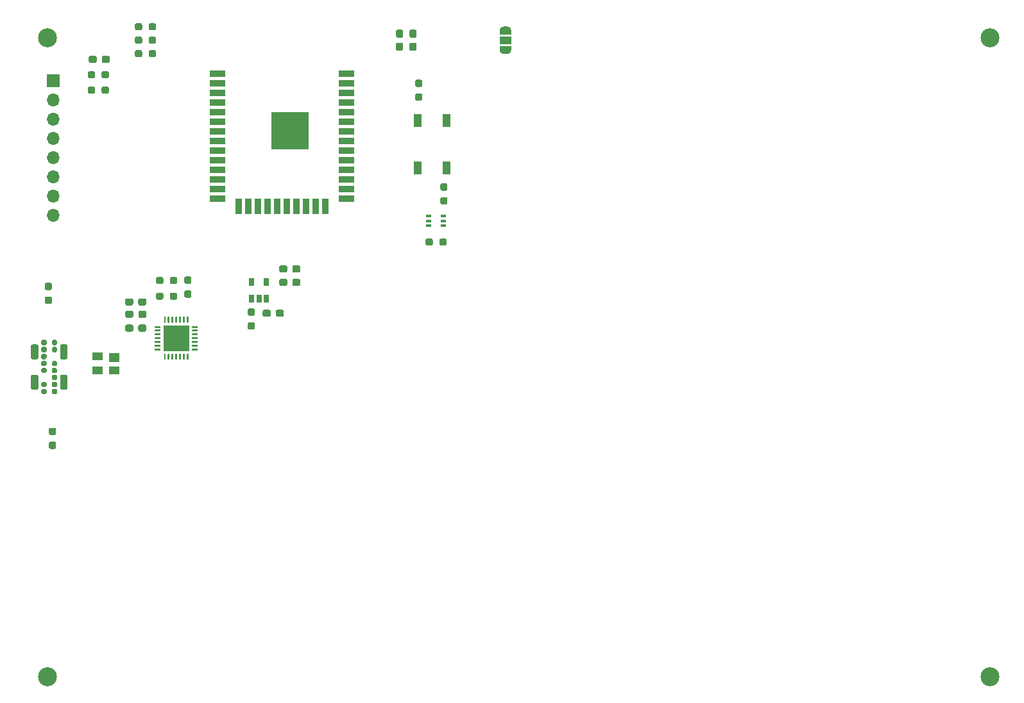
<source format=gbr>
G04 #@! TF.GenerationSoftware,KiCad,Pcbnew,(5.1.9-0-10_14)*
G04 #@! TF.CreationDate,2021-03-12T15:28:23+00:00*
G04 #@! TF.ProjectId,mqttDisplay,6d717474-4469-4737-906c-61792e6b6963,rev?*
G04 #@! TF.SameCoordinates,Original*
G04 #@! TF.FileFunction,Soldermask,Bot*
G04 #@! TF.FilePolarity,Negative*
%FSLAX46Y46*%
G04 Gerber Fmt 4.6, Leading zero omitted, Abs format (unit mm)*
G04 Created by KiCad (PCBNEW (5.1.9-0-10_14)) date 2021-03-12 15:28:23*
%MOMM*%
%LPD*%
G01*
G04 APERTURE LIST*
%ADD10C,2.500000*%
%ADD11R,3.350000X3.350000*%
%ADD12R,0.650000X1.060000*%
%ADD13R,2.000000X0.900000*%
%ADD14R,0.900000X2.000000*%
%ADD15R,5.000000X5.000000*%
%ADD16R,1.000000X1.700000*%
%ADD17R,0.650000X0.400000*%
%ADD18R,1.500000X1.000000*%
%ADD19C,0.100000*%
%ADD20O,1.700000X1.700000*%
%ADD21R,1.700000X1.700000*%
%ADD22R,1.400000X1.000000*%
%ADD23R,1.400000X1.200000*%
G04 APERTURE END LIST*
D10*
X185400000Y-43900000D03*
X185400000Y-128300000D03*
X61000000Y-128300000D03*
X61000000Y-43900000D03*
G36*
G01*
X75128000Y-85128500D02*
X75128000Y-85003500D01*
G75*
G02*
X75190500Y-84941000I62500J0D01*
G01*
X75865500Y-84941000D01*
G75*
G02*
X75928000Y-85003500I0J-62500D01*
G01*
X75928000Y-85128500D01*
G75*
G02*
X75865500Y-85191000I-62500J0D01*
G01*
X75190500Y-85191000D01*
G75*
G02*
X75128000Y-85128500I0J62500D01*
G01*
G37*
G36*
G01*
X75128000Y-84628500D02*
X75128000Y-84503500D01*
G75*
G02*
X75190500Y-84441000I62500J0D01*
G01*
X75865500Y-84441000D01*
G75*
G02*
X75928000Y-84503500I0J-62500D01*
G01*
X75928000Y-84628500D01*
G75*
G02*
X75865500Y-84691000I-62500J0D01*
G01*
X75190500Y-84691000D01*
G75*
G02*
X75128000Y-84628500I0J62500D01*
G01*
G37*
G36*
G01*
X75128000Y-84128500D02*
X75128000Y-84003500D01*
G75*
G02*
X75190500Y-83941000I62500J0D01*
G01*
X75865500Y-83941000D01*
G75*
G02*
X75928000Y-84003500I0J-62500D01*
G01*
X75928000Y-84128500D01*
G75*
G02*
X75865500Y-84191000I-62500J0D01*
G01*
X75190500Y-84191000D01*
G75*
G02*
X75128000Y-84128500I0J62500D01*
G01*
G37*
G36*
G01*
X75128000Y-83628500D02*
X75128000Y-83503500D01*
G75*
G02*
X75190500Y-83441000I62500J0D01*
G01*
X75865500Y-83441000D01*
G75*
G02*
X75928000Y-83503500I0J-62500D01*
G01*
X75928000Y-83628500D01*
G75*
G02*
X75865500Y-83691000I-62500J0D01*
G01*
X75190500Y-83691000D01*
G75*
G02*
X75128000Y-83628500I0J62500D01*
G01*
G37*
G36*
G01*
X75128000Y-83128500D02*
X75128000Y-83003500D01*
G75*
G02*
X75190500Y-82941000I62500J0D01*
G01*
X75865500Y-82941000D01*
G75*
G02*
X75928000Y-83003500I0J-62500D01*
G01*
X75928000Y-83128500D01*
G75*
G02*
X75865500Y-83191000I-62500J0D01*
G01*
X75190500Y-83191000D01*
G75*
G02*
X75128000Y-83128500I0J62500D01*
G01*
G37*
G36*
G01*
X75128000Y-82628500D02*
X75128000Y-82503500D01*
G75*
G02*
X75190500Y-82441000I62500J0D01*
G01*
X75865500Y-82441000D01*
G75*
G02*
X75928000Y-82503500I0J-62500D01*
G01*
X75928000Y-82628500D01*
G75*
G02*
X75865500Y-82691000I-62500J0D01*
G01*
X75190500Y-82691000D01*
G75*
G02*
X75128000Y-82628500I0J62500D01*
G01*
G37*
G36*
G01*
X75128000Y-82128500D02*
X75128000Y-82003500D01*
G75*
G02*
X75190500Y-81941000I62500J0D01*
G01*
X75865500Y-81941000D01*
G75*
G02*
X75928000Y-82003500I0J-62500D01*
G01*
X75928000Y-82128500D01*
G75*
G02*
X75865500Y-82191000I-62500J0D01*
G01*
X75190500Y-82191000D01*
G75*
G02*
X75128000Y-82128500I0J62500D01*
G01*
G37*
G36*
G01*
X76353000Y-81453500D02*
X76353000Y-80778500D01*
G75*
G02*
X76415500Y-80716000I62500J0D01*
G01*
X76540500Y-80716000D01*
G75*
G02*
X76603000Y-80778500I0J-62500D01*
G01*
X76603000Y-81453500D01*
G75*
G02*
X76540500Y-81516000I-62500J0D01*
G01*
X76415500Y-81516000D01*
G75*
G02*
X76353000Y-81453500I0J62500D01*
G01*
G37*
G36*
G01*
X76853000Y-81453500D02*
X76853000Y-80778500D01*
G75*
G02*
X76915500Y-80716000I62500J0D01*
G01*
X77040500Y-80716000D01*
G75*
G02*
X77103000Y-80778500I0J-62500D01*
G01*
X77103000Y-81453500D01*
G75*
G02*
X77040500Y-81516000I-62500J0D01*
G01*
X76915500Y-81516000D01*
G75*
G02*
X76853000Y-81453500I0J62500D01*
G01*
G37*
G36*
G01*
X77353000Y-81453500D02*
X77353000Y-80778500D01*
G75*
G02*
X77415500Y-80716000I62500J0D01*
G01*
X77540500Y-80716000D01*
G75*
G02*
X77603000Y-80778500I0J-62500D01*
G01*
X77603000Y-81453500D01*
G75*
G02*
X77540500Y-81516000I-62500J0D01*
G01*
X77415500Y-81516000D01*
G75*
G02*
X77353000Y-81453500I0J62500D01*
G01*
G37*
G36*
G01*
X77853000Y-81453500D02*
X77853000Y-80778500D01*
G75*
G02*
X77915500Y-80716000I62500J0D01*
G01*
X78040500Y-80716000D01*
G75*
G02*
X78103000Y-80778500I0J-62500D01*
G01*
X78103000Y-81453500D01*
G75*
G02*
X78040500Y-81516000I-62500J0D01*
G01*
X77915500Y-81516000D01*
G75*
G02*
X77853000Y-81453500I0J62500D01*
G01*
G37*
G36*
G01*
X78353000Y-81453500D02*
X78353000Y-80778500D01*
G75*
G02*
X78415500Y-80716000I62500J0D01*
G01*
X78540500Y-80716000D01*
G75*
G02*
X78603000Y-80778500I0J-62500D01*
G01*
X78603000Y-81453500D01*
G75*
G02*
X78540500Y-81516000I-62500J0D01*
G01*
X78415500Y-81516000D01*
G75*
G02*
X78353000Y-81453500I0J62500D01*
G01*
G37*
G36*
G01*
X78853000Y-81453500D02*
X78853000Y-80778500D01*
G75*
G02*
X78915500Y-80716000I62500J0D01*
G01*
X79040500Y-80716000D01*
G75*
G02*
X79103000Y-80778500I0J-62500D01*
G01*
X79103000Y-81453500D01*
G75*
G02*
X79040500Y-81516000I-62500J0D01*
G01*
X78915500Y-81516000D01*
G75*
G02*
X78853000Y-81453500I0J62500D01*
G01*
G37*
G36*
G01*
X79353000Y-81453500D02*
X79353000Y-80778500D01*
G75*
G02*
X79415500Y-80716000I62500J0D01*
G01*
X79540500Y-80716000D01*
G75*
G02*
X79603000Y-80778500I0J-62500D01*
G01*
X79603000Y-81453500D01*
G75*
G02*
X79540500Y-81516000I-62500J0D01*
G01*
X79415500Y-81516000D01*
G75*
G02*
X79353000Y-81453500I0J62500D01*
G01*
G37*
G36*
G01*
X80028000Y-82128500D02*
X80028000Y-82003500D01*
G75*
G02*
X80090500Y-81941000I62500J0D01*
G01*
X80765500Y-81941000D01*
G75*
G02*
X80828000Y-82003500I0J-62500D01*
G01*
X80828000Y-82128500D01*
G75*
G02*
X80765500Y-82191000I-62500J0D01*
G01*
X80090500Y-82191000D01*
G75*
G02*
X80028000Y-82128500I0J62500D01*
G01*
G37*
G36*
G01*
X80028000Y-82628500D02*
X80028000Y-82503500D01*
G75*
G02*
X80090500Y-82441000I62500J0D01*
G01*
X80765500Y-82441000D01*
G75*
G02*
X80828000Y-82503500I0J-62500D01*
G01*
X80828000Y-82628500D01*
G75*
G02*
X80765500Y-82691000I-62500J0D01*
G01*
X80090500Y-82691000D01*
G75*
G02*
X80028000Y-82628500I0J62500D01*
G01*
G37*
G36*
G01*
X80028000Y-83128500D02*
X80028000Y-83003500D01*
G75*
G02*
X80090500Y-82941000I62500J0D01*
G01*
X80765500Y-82941000D01*
G75*
G02*
X80828000Y-83003500I0J-62500D01*
G01*
X80828000Y-83128500D01*
G75*
G02*
X80765500Y-83191000I-62500J0D01*
G01*
X80090500Y-83191000D01*
G75*
G02*
X80028000Y-83128500I0J62500D01*
G01*
G37*
G36*
G01*
X80028000Y-83628500D02*
X80028000Y-83503500D01*
G75*
G02*
X80090500Y-83441000I62500J0D01*
G01*
X80765500Y-83441000D01*
G75*
G02*
X80828000Y-83503500I0J-62500D01*
G01*
X80828000Y-83628500D01*
G75*
G02*
X80765500Y-83691000I-62500J0D01*
G01*
X80090500Y-83691000D01*
G75*
G02*
X80028000Y-83628500I0J62500D01*
G01*
G37*
G36*
G01*
X80028000Y-84128500D02*
X80028000Y-84003500D01*
G75*
G02*
X80090500Y-83941000I62500J0D01*
G01*
X80765500Y-83941000D01*
G75*
G02*
X80828000Y-84003500I0J-62500D01*
G01*
X80828000Y-84128500D01*
G75*
G02*
X80765500Y-84191000I-62500J0D01*
G01*
X80090500Y-84191000D01*
G75*
G02*
X80028000Y-84128500I0J62500D01*
G01*
G37*
G36*
G01*
X80028000Y-84628500D02*
X80028000Y-84503500D01*
G75*
G02*
X80090500Y-84441000I62500J0D01*
G01*
X80765500Y-84441000D01*
G75*
G02*
X80828000Y-84503500I0J-62500D01*
G01*
X80828000Y-84628500D01*
G75*
G02*
X80765500Y-84691000I-62500J0D01*
G01*
X80090500Y-84691000D01*
G75*
G02*
X80028000Y-84628500I0J62500D01*
G01*
G37*
G36*
G01*
X80028000Y-85128500D02*
X80028000Y-85003500D01*
G75*
G02*
X80090500Y-84941000I62500J0D01*
G01*
X80765500Y-84941000D01*
G75*
G02*
X80828000Y-85003500I0J-62500D01*
G01*
X80828000Y-85128500D01*
G75*
G02*
X80765500Y-85191000I-62500J0D01*
G01*
X80090500Y-85191000D01*
G75*
G02*
X80028000Y-85128500I0J62500D01*
G01*
G37*
G36*
G01*
X79353000Y-86353500D02*
X79353000Y-85678500D01*
G75*
G02*
X79415500Y-85616000I62500J0D01*
G01*
X79540500Y-85616000D01*
G75*
G02*
X79603000Y-85678500I0J-62500D01*
G01*
X79603000Y-86353500D01*
G75*
G02*
X79540500Y-86416000I-62500J0D01*
G01*
X79415500Y-86416000D01*
G75*
G02*
X79353000Y-86353500I0J62500D01*
G01*
G37*
G36*
G01*
X78853000Y-86353500D02*
X78853000Y-85678500D01*
G75*
G02*
X78915500Y-85616000I62500J0D01*
G01*
X79040500Y-85616000D01*
G75*
G02*
X79103000Y-85678500I0J-62500D01*
G01*
X79103000Y-86353500D01*
G75*
G02*
X79040500Y-86416000I-62500J0D01*
G01*
X78915500Y-86416000D01*
G75*
G02*
X78853000Y-86353500I0J62500D01*
G01*
G37*
G36*
G01*
X78353000Y-86353500D02*
X78353000Y-85678500D01*
G75*
G02*
X78415500Y-85616000I62500J0D01*
G01*
X78540500Y-85616000D01*
G75*
G02*
X78603000Y-85678500I0J-62500D01*
G01*
X78603000Y-86353500D01*
G75*
G02*
X78540500Y-86416000I-62500J0D01*
G01*
X78415500Y-86416000D01*
G75*
G02*
X78353000Y-86353500I0J62500D01*
G01*
G37*
G36*
G01*
X77853000Y-86353500D02*
X77853000Y-85678500D01*
G75*
G02*
X77915500Y-85616000I62500J0D01*
G01*
X78040500Y-85616000D01*
G75*
G02*
X78103000Y-85678500I0J-62500D01*
G01*
X78103000Y-86353500D01*
G75*
G02*
X78040500Y-86416000I-62500J0D01*
G01*
X77915500Y-86416000D01*
G75*
G02*
X77853000Y-86353500I0J62500D01*
G01*
G37*
G36*
G01*
X77353000Y-86353500D02*
X77353000Y-85678500D01*
G75*
G02*
X77415500Y-85616000I62500J0D01*
G01*
X77540500Y-85616000D01*
G75*
G02*
X77603000Y-85678500I0J-62500D01*
G01*
X77603000Y-86353500D01*
G75*
G02*
X77540500Y-86416000I-62500J0D01*
G01*
X77415500Y-86416000D01*
G75*
G02*
X77353000Y-86353500I0J62500D01*
G01*
G37*
G36*
G01*
X76853000Y-86353500D02*
X76853000Y-85678500D01*
G75*
G02*
X76915500Y-85616000I62500J0D01*
G01*
X77040500Y-85616000D01*
G75*
G02*
X77103000Y-85678500I0J-62500D01*
G01*
X77103000Y-86353500D01*
G75*
G02*
X77040500Y-86416000I-62500J0D01*
G01*
X76915500Y-86416000D01*
G75*
G02*
X76853000Y-86353500I0J62500D01*
G01*
G37*
G36*
G01*
X76353000Y-86353500D02*
X76353000Y-85678500D01*
G75*
G02*
X76415500Y-85616000I62500J0D01*
G01*
X76540500Y-85616000D01*
G75*
G02*
X76603000Y-85678500I0J-62500D01*
G01*
X76603000Y-86353500D01*
G75*
G02*
X76540500Y-86416000I-62500J0D01*
G01*
X76415500Y-86416000D01*
G75*
G02*
X76353000Y-86353500I0J62500D01*
G01*
G37*
D11*
X77978000Y-83566000D03*
D12*
X89850000Y-76116000D03*
X87950000Y-76116000D03*
X87950000Y-78316000D03*
X88900000Y-78316000D03*
X89850000Y-78316000D03*
D13*
X83464000Y-48634000D03*
X83464000Y-49904000D03*
X83464000Y-51174000D03*
X83464000Y-52444000D03*
X83464000Y-53714000D03*
X83464000Y-54984000D03*
X83464000Y-56254000D03*
X83464000Y-57524000D03*
X83464000Y-58794000D03*
X83464000Y-60064000D03*
X83464000Y-61334000D03*
X83464000Y-62604000D03*
X83464000Y-63874000D03*
X83464000Y-65144000D03*
D14*
X86249000Y-66144000D03*
X87519000Y-66144000D03*
X88789000Y-66144000D03*
X90059000Y-66144000D03*
X91329000Y-66144000D03*
X92599000Y-66144000D03*
X93869000Y-66144000D03*
X95139000Y-66144000D03*
X96409000Y-66144000D03*
X97679000Y-66144000D03*
D13*
X100464000Y-65144000D03*
X100464000Y-63874000D03*
X100464000Y-62604000D03*
X100464000Y-61334000D03*
X100464000Y-60064000D03*
X100464000Y-58794000D03*
X100464000Y-57524000D03*
X100464000Y-56254000D03*
X100464000Y-54984000D03*
X100464000Y-53714000D03*
X100464000Y-52444000D03*
X100464000Y-51174000D03*
X100464000Y-49904000D03*
X100464000Y-48634000D03*
D15*
X92964000Y-56134000D03*
D16*
X113660000Y-61062000D03*
X113660000Y-54762000D03*
X109860000Y-61062000D03*
X109860000Y-54762000D03*
G36*
G01*
X76285000Y-77772500D02*
X76285000Y-78247500D01*
G75*
G02*
X76047500Y-78485000I-237500J0D01*
G01*
X75547500Y-78485000D01*
G75*
G02*
X75310000Y-78247500I0J237500D01*
G01*
X75310000Y-77772500D01*
G75*
G02*
X75547500Y-77535000I237500J0D01*
G01*
X76047500Y-77535000D01*
G75*
G02*
X76285000Y-77772500I0J-237500D01*
G01*
G37*
G36*
G01*
X78110000Y-77772500D02*
X78110000Y-78247500D01*
G75*
G02*
X77872500Y-78485000I-237500J0D01*
G01*
X77372500Y-78485000D01*
G75*
G02*
X77135000Y-78247500I0J237500D01*
G01*
X77135000Y-77772500D01*
G75*
G02*
X77372500Y-77535000I237500J0D01*
G01*
X77872500Y-77535000D01*
G75*
G02*
X78110000Y-77772500I0J-237500D01*
G01*
G37*
G36*
G01*
X76283000Y-75708500D02*
X76283000Y-76183500D01*
G75*
G02*
X76045500Y-76421000I-237500J0D01*
G01*
X75545500Y-76421000D01*
G75*
G02*
X75308000Y-76183500I0J237500D01*
G01*
X75308000Y-75708500D01*
G75*
G02*
X75545500Y-75471000I237500J0D01*
G01*
X76045500Y-75471000D01*
G75*
G02*
X76283000Y-75708500I0J-237500D01*
G01*
G37*
G36*
G01*
X78108000Y-75708500D02*
X78108000Y-76183500D01*
G75*
G02*
X77870500Y-76421000I-237500J0D01*
G01*
X77370500Y-76421000D01*
G75*
G02*
X77133000Y-76183500I0J237500D01*
G01*
X77133000Y-75708500D01*
G75*
G02*
X77370500Y-75471000I237500J0D01*
G01*
X77870500Y-75471000D01*
G75*
G02*
X78108000Y-75708500I0J-237500D01*
G01*
G37*
G36*
G01*
X73489000Y-42180500D02*
X73489000Y-42655500D01*
G75*
G02*
X73251500Y-42893000I-237500J0D01*
G01*
X72751500Y-42893000D01*
G75*
G02*
X72514000Y-42655500I0J237500D01*
G01*
X72514000Y-42180500D01*
G75*
G02*
X72751500Y-41943000I237500J0D01*
G01*
X73251500Y-41943000D01*
G75*
G02*
X73489000Y-42180500I0J-237500D01*
G01*
G37*
G36*
G01*
X75314000Y-42180500D02*
X75314000Y-42655500D01*
G75*
G02*
X75076500Y-42893000I-237500J0D01*
G01*
X74576500Y-42893000D01*
G75*
G02*
X74339000Y-42655500I0J237500D01*
G01*
X74339000Y-42180500D01*
G75*
G02*
X74576500Y-41943000I237500J0D01*
G01*
X75076500Y-41943000D01*
G75*
G02*
X75314000Y-42180500I0J-237500D01*
G01*
G37*
G36*
G01*
X73489000Y-45736500D02*
X73489000Y-46211500D01*
G75*
G02*
X73251500Y-46449000I-237500J0D01*
G01*
X72751500Y-46449000D01*
G75*
G02*
X72514000Y-46211500I0J237500D01*
G01*
X72514000Y-45736500D01*
G75*
G02*
X72751500Y-45499000I237500J0D01*
G01*
X73251500Y-45499000D01*
G75*
G02*
X73489000Y-45736500I0J-237500D01*
G01*
G37*
G36*
G01*
X75314000Y-45736500D02*
X75314000Y-46211500D01*
G75*
G02*
X75076500Y-46449000I-237500J0D01*
G01*
X74576500Y-46449000D01*
G75*
G02*
X74339000Y-46211500I0J237500D01*
G01*
X74339000Y-45736500D01*
G75*
G02*
X74576500Y-45499000I237500J0D01*
G01*
X75076500Y-45499000D01*
G75*
G02*
X75314000Y-45736500I0J-237500D01*
G01*
G37*
G36*
G01*
X73489000Y-43958500D02*
X73489000Y-44433500D01*
G75*
G02*
X73251500Y-44671000I-237500J0D01*
G01*
X72751500Y-44671000D01*
G75*
G02*
X72514000Y-44433500I0J237500D01*
G01*
X72514000Y-43958500D01*
G75*
G02*
X72751500Y-43721000I237500J0D01*
G01*
X73251500Y-43721000D01*
G75*
G02*
X73489000Y-43958500I0J-237500D01*
G01*
G37*
G36*
G01*
X75314000Y-43958500D02*
X75314000Y-44433500D01*
G75*
G02*
X75076500Y-44671000I-237500J0D01*
G01*
X74576500Y-44671000D01*
G75*
G02*
X74339000Y-44433500I0J237500D01*
G01*
X74339000Y-43958500D01*
G75*
G02*
X74576500Y-43721000I237500J0D01*
G01*
X75076500Y-43721000D01*
G75*
G02*
X75314000Y-43958500I0J-237500D01*
G01*
G37*
G36*
G01*
X87646500Y-81451000D02*
X88121500Y-81451000D01*
G75*
G02*
X88359000Y-81688500I0J-237500D01*
G01*
X88359000Y-82188500D01*
G75*
G02*
X88121500Y-82426000I-237500J0D01*
G01*
X87646500Y-82426000D01*
G75*
G02*
X87409000Y-82188500I0J237500D01*
G01*
X87409000Y-81688500D01*
G75*
G02*
X87646500Y-81451000I237500J0D01*
G01*
G37*
G36*
G01*
X87646500Y-79626000D02*
X88121500Y-79626000D01*
G75*
G02*
X88359000Y-79863500I0J-237500D01*
G01*
X88359000Y-80363500D01*
G75*
G02*
X88121500Y-80601000I-237500J0D01*
G01*
X87646500Y-80601000D01*
G75*
G02*
X87409000Y-80363500I0J237500D01*
G01*
X87409000Y-79863500D01*
G75*
G02*
X87646500Y-79626000I237500J0D01*
G01*
G37*
G36*
G01*
X60872500Y-78065000D02*
X61347500Y-78065000D01*
G75*
G02*
X61585000Y-78302500I0J-237500D01*
G01*
X61585000Y-78802500D01*
G75*
G02*
X61347500Y-79040000I-237500J0D01*
G01*
X60872500Y-79040000D01*
G75*
G02*
X60635000Y-78802500I0J237500D01*
G01*
X60635000Y-78302500D01*
G75*
G02*
X60872500Y-78065000I237500J0D01*
G01*
G37*
G36*
G01*
X60872500Y-76240000D02*
X61347500Y-76240000D01*
G75*
G02*
X61585000Y-76477500I0J-237500D01*
G01*
X61585000Y-76977500D01*
G75*
G02*
X61347500Y-77215000I-237500J0D01*
G01*
X60872500Y-77215000D01*
G75*
G02*
X60635000Y-76977500I0J237500D01*
G01*
X60635000Y-76477500D01*
G75*
G02*
X60872500Y-76240000I237500J0D01*
G01*
G37*
G36*
G01*
X79264500Y-77236500D02*
X79739500Y-77236500D01*
G75*
G02*
X79977000Y-77474000I0J-237500D01*
G01*
X79977000Y-77974000D01*
G75*
G02*
X79739500Y-78211500I-237500J0D01*
G01*
X79264500Y-78211500D01*
G75*
G02*
X79027000Y-77974000I0J237500D01*
G01*
X79027000Y-77474000D01*
G75*
G02*
X79264500Y-77236500I237500J0D01*
G01*
G37*
G36*
G01*
X79264500Y-75411500D02*
X79739500Y-75411500D01*
G75*
G02*
X79977000Y-75649000I0J-237500D01*
G01*
X79977000Y-76149000D01*
G75*
G02*
X79739500Y-76386500I-237500J0D01*
G01*
X79264500Y-76386500D01*
G75*
G02*
X79027000Y-76149000I0J237500D01*
G01*
X79027000Y-75649000D01*
G75*
G02*
X79264500Y-75411500I237500J0D01*
G01*
G37*
G36*
G01*
X61877500Y-96375000D02*
X61402500Y-96375000D01*
G75*
G02*
X61165000Y-96137500I0J237500D01*
G01*
X61165000Y-95637500D01*
G75*
G02*
X61402500Y-95400000I237500J0D01*
G01*
X61877500Y-95400000D01*
G75*
G02*
X62115000Y-95637500I0J-237500D01*
G01*
X62115000Y-96137500D01*
G75*
G02*
X61877500Y-96375000I-237500J0D01*
G01*
G37*
G36*
G01*
X61877500Y-98200000D02*
X61402500Y-98200000D01*
G75*
G02*
X61165000Y-97962500I0J237500D01*
G01*
X61165000Y-97462500D01*
G75*
G02*
X61402500Y-97225000I237500J0D01*
G01*
X61877500Y-97225000D01*
G75*
G02*
X62115000Y-97462500I0J-237500D01*
G01*
X62115000Y-97962500D01*
G75*
G02*
X61877500Y-98200000I-237500J0D01*
G01*
G37*
G36*
G01*
X109744500Y-51225000D02*
X110219500Y-51225000D01*
G75*
G02*
X110457000Y-51462500I0J-237500D01*
G01*
X110457000Y-51962500D01*
G75*
G02*
X110219500Y-52200000I-237500J0D01*
G01*
X109744500Y-52200000D01*
G75*
G02*
X109507000Y-51962500I0J237500D01*
G01*
X109507000Y-51462500D01*
G75*
G02*
X109744500Y-51225000I237500J0D01*
G01*
G37*
G36*
G01*
X109744500Y-49400000D02*
X110219500Y-49400000D01*
G75*
G02*
X110457000Y-49637500I0J-237500D01*
G01*
X110457000Y-50137500D01*
G75*
G02*
X110219500Y-50375000I-237500J0D01*
G01*
X109744500Y-50375000D01*
G75*
G02*
X109507000Y-50137500I0J237500D01*
G01*
X109507000Y-49637500D01*
G75*
G02*
X109744500Y-49400000I237500J0D01*
G01*
G37*
G36*
G01*
X113062500Y-64925000D02*
X113537500Y-64925000D01*
G75*
G02*
X113775000Y-65162500I0J-237500D01*
G01*
X113775000Y-65662500D01*
G75*
G02*
X113537500Y-65900000I-237500J0D01*
G01*
X113062500Y-65900000D01*
G75*
G02*
X112825000Y-65662500I0J237500D01*
G01*
X112825000Y-65162500D01*
G75*
G02*
X113062500Y-64925000I237500J0D01*
G01*
G37*
G36*
G01*
X113062500Y-63100000D02*
X113537500Y-63100000D01*
G75*
G02*
X113775000Y-63337500I0J-237500D01*
G01*
X113775000Y-63837500D01*
G75*
G02*
X113537500Y-64075000I-237500J0D01*
G01*
X113062500Y-64075000D01*
G75*
G02*
X112825000Y-63837500I0J237500D01*
G01*
X112825000Y-63337500D01*
G75*
G02*
X113062500Y-63100000I237500J0D01*
G01*
G37*
G36*
G01*
X111843000Y-70628500D02*
X111843000Y-71103500D01*
G75*
G02*
X111605500Y-71341000I-237500J0D01*
G01*
X111105500Y-71341000D01*
G75*
G02*
X110868000Y-71103500I0J237500D01*
G01*
X110868000Y-70628500D01*
G75*
G02*
X111105500Y-70391000I237500J0D01*
G01*
X111605500Y-70391000D01*
G75*
G02*
X111843000Y-70628500I0J-237500D01*
G01*
G37*
G36*
G01*
X113668000Y-70628500D02*
X113668000Y-71103500D01*
G75*
G02*
X113430500Y-71341000I-237500J0D01*
G01*
X112930500Y-71341000D01*
G75*
G02*
X112693000Y-71103500I0J237500D01*
G01*
X112693000Y-70628500D01*
G75*
G02*
X112930500Y-70391000I237500J0D01*
G01*
X113430500Y-70391000D01*
G75*
G02*
X113668000Y-70628500I0J-237500D01*
G01*
G37*
G36*
G01*
X68120001Y-49005500D02*
X68120001Y-48530500D01*
G75*
G02*
X68357501Y-48293000I237500J0D01*
G01*
X68857501Y-48293000D01*
G75*
G02*
X69095001Y-48530500I0J-237500D01*
G01*
X69095001Y-49005500D01*
G75*
G02*
X68857501Y-49243000I-237500J0D01*
G01*
X68357501Y-49243000D01*
G75*
G02*
X68120001Y-49005500I0J237500D01*
G01*
G37*
G36*
G01*
X66295001Y-49005500D02*
X66295001Y-48530500D01*
G75*
G02*
X66532501Y-48293000I237500J0D01*
G01*
X67032501Y-48293000D01*
G75*
G02*
X67270001Y-48530500I0J-237500D01*
G01*
X67270001Y-49005500D01*
G75*
G02*
X67032501Y-49243000I-237500J0D01*
G01*
X66532501Y-49243000D01*
G75*
G02*
X66295001Y-49005500I0J237500D01*
G01*
G37*
G36*
G01*
X68120001Y-51037500D02*
X68120001Y-50562500D01*
G75*
G02*
X68357501Y-50325000I237500J0D01*
G01*
X68857501Y-50325000D01*
G75*
G02*
X69095001Y-50562500I0J-237500D01*
G01*
X69095001Y-51037500D01*
G75*
G02*
X68857501Y-51275000I-237500J0D01*
G01*
X68357501Y-51275000D01*
G75*
G02*
X68120001Y-51037500I0J237500D01*
G01*
G37*
G36*
G01*
X66295001Y-51037500D02*
X66295001Y-50562500D01*
G75*
G02*
X66532501Y-50325000I237500J0D01*
G01*
X67032501Y-50325000D01*
G75*
G02*
X67270001Y-50562500I0J-237500D01*
G01*
X67270001Y-51037500D01*
G75*
G02*
X67032501Y-51275000I-237500J0D01*
G01*
X66532501Y-51275000D01*
G75*
G02*
X66295001Y-51037500I0J237500D01*
G01*
G37*
D17*
X111318000Y-67422000D03*
X111318000Y-68722000D03*
X113218000Y-68072000D03*
X111318000Y-68072000D03*
X113218000Y-68722000D03*
X113218000Y-67422000D03*
D18*
X121412000Y-44196000D03*
D19*
G36*
X120662602Y-42896000D02*
G01*
X120662602Y-42871466D01*
X120667412Y-42822635D01*
X120676984Y-42774510D01*
X120691228Y-42727555D01*
X120710005Y-42682222D01*
X120733136Y-42638949D01*
X120760396Y-42598150D01*
X120791524Y-42560221D01*
X120826221Y-42525524D01*
X120864150Y-42494396D01*
X120904949Y-42467136D01*
X120948222Y-42444005D01*
X120993555Y-42425228D01*
X121040510Y-42410984D01*
X121088635Y-42401412D01*
X121137466Y-42396602D01*
X121162000Y-42396602D01*
X121162000Y-42396000D01*
X121662000Y-42396000D01*
X121662000Y-42396602D01*
X121686534Y-42396602D01*
X121735365Y-42401412D01*
X121783490Y-42410984D01*
X121830445Y-42425228D01*
X121875778Y-42444005D01*
X121919051Y-42467136D01*
X121959850Y-42494396D01*
X121997779Y-42525524D01*
X122032476Y-42560221D01*
X122063604Y-42598150D01*
X122090864Y-42638949D01*
X122113995Y-42682222D01*
X122132772Y-42727555D01*
X122147016Y-42774510D01*
X122156588Y-42822635D01*
X122161398Y-42871466D01*
X122161398Y-42896000D01*
X122162000Y-42896000D01*
X122162000Y-43446000D01*
X120662000Y-43446000D01*
X120662000Y-42896000D01*
X120662602Y-42896000D01*
G37*
G36*
X122162000Y-44946000D02*
G01*
X122162000Y-45496000D01*
X122161398Y-45496000D01*
X122161398Y-45520534D01*
X122156588Y-45569365D01*
X122147016Y-45617490D01*
X122132772Y-45664445D01*
X122113995Y-45709778D01*
X122090864Y-45753051D01*
X122063604Y-45793850D01*
X122032476Y-45831779D01*
X121997779Y-45866476D01*
X121959850Y-45897604D01*
X121919051Y-45924864D01*
X121875778Y-45947995D01*
X121830445Y-45966772D01*
X121783490Y-45981016D01*
X121735365Y-45990588D01*
X121686534Y-45995398D01*
X121662000Y-45995398D01*
X121662000Y-45996000D01*
X121162000Y-45996000D01*
X121162000Y-45995398D01*
X121137466Y-45995398D01*
X121088635Y-45990588D01*
X121040510Y-45981016D01*
X120993555Y-45966772D01*
X120948222Y-45947995D01*
X120904949Y-45924864D01*
X120864150Y-45897604D01*
X120826221Y-45866476D01*
X120791524Y-45831779D01*
X120760396Y-45793850D01*
X120733136Y-45753051D01*
X120710005Y-45709778D01*
X120691228Y-45664445D01*
X120676984Y-45617490D01*
X120667412Y-45569365D01*
X120662602Y-45520534D01*
X120662602Y-45496000D01*
X120662000Y-45496000D01*
X120662000Y-44946000D01*
X122162000Y-44946000D01*
G37*
D20*
X61722000Y-67310000D03*
X61722000Y-64770000D03*
X61722000Y-62230000D03*
X61722000Y-59690000D03*
X61722000Y-57150000D03*
X61722000Y-54610000D03*
X61722000Y-52070000D03*
D21*
X61722000Y-49530000D03*
G36*
G01*
X61739000Y-88413500D02*
X62089000Y-88413500D01*
G75*
G02*
X62264000Y-88588500I0J-175000D01*
G01*
X62264000Y-88938500D01*
G75*
G02*
X62089000Y-89113500I-175000J0D01*
G01*
X61739000Y-89113500D01*
G75*
G02*
X61564000Y-88938500I0J175000D01*
G01*
X61564000Y-88588500D01*
G75*
G02*
X61739000Y-88413500I175000J0D01*
G01*
G37*
G36*
G01*
X61739000Y-86563500D02*
X62089000Y-86563500D01*
G75*
G02*
X62264000Y-86738500I0J-175000D01*
G01*
X62264000Y-87088500D01*
G75*
G02*
X62089000Y-87263500I-175000J0D01*
G01*
X61739000Y-87263500D01*
G75*
G02*
X61564000Y-87088500I0J175000D01*
G01*
X61564000Y-86738500D01*
G75*
G02*
X61739000Y-86563500I175000J0D01*
G01*
G37*
G36*
G01*
X61739000Y-89338500D02*
X62089000Y-89338500D01*
G75*
G02*
X62264000Y-89513500I0J-175000D01*
G01*
X62264000Y-89863500D01*
G75*
G02*
X62089000Y-90038500I-175000J0D01*
G01*
X61739000Y-90038500D01*
G75*
G02*
X61564000Y-89863500I0J175000D01*
G01*
X61564000Y-89513500D01*
G75*
G02*
X61739000Y-89338500I175000J0D01*
G01*
G37*
G36*
G01*
X61739000Y-84713500D02*
X62089000Y-84713500D01*
G75*
G02*
X62264000Y-84888500I0J-175000D01*
G01*
X62264000Y-85238500D01*
G75*
G02*
X62089000Y-85413500I-175000J0D01*
G01*
X61739000Y-85413500D01*
G75*
G02*
X61564000Y-85238500I0J175000D01*
G01*
X61564000Y-84888500D01*
G75*
G02*
X61739000Y-84713500I175000J0D01*
G01*
G37*
G36*
G01*
X61739000Y-90263500D02*
X62089000Y-90263500D01*
G75*
G02*
X62264000Y-90438500I0J-175000D01*
G01*
X62264000Y-90788500D01*
G75*
G02*
X62089000Y-90963500I-175000J0D01*
G01*
X61739000Y-90963500D01*
G75*
G02*
X61564000Y-90788500I0J175000D01*
G01*
X61564000Y-90438500D01*
G75*
G02*
X61739000Y-90263500I175000J0D01*
G01*
G37*
G36*
G01*
X61739000Y-87488500D02*
X62089000Y-87488500D01*
G75*
G02*
X62264000Y-87663500I0J-175000D01*
G01*
X62264000Y-88013500D01*
G75*
G02*
X62089000Y-88188500I-175000J0D01*
G01*
X61739000Y-88188500D01*
G75*
G02*
X61564000Y-88013500I0J175000D01*
G01*
X61564000Y-87663500D01*
G75*
G02*
X61739000Y-87488500I175000J0D01*
G01*
G37*
G36*
G01*
X61739000Y-83788500D02*
X62089000Y-83788500D01*
G75*
G02*
X62264000Y-83963500I0J-175000D01*
G01*
X62264000Y-84313500D01*
G75*
G02*
X62089000Y-84488500I-175000J0D01*
G01*
X61739000Y-84488500D01*
G75*
G02*
X61564000Y-84313500I0J175000D01*
G01*
X61564000Y-83963500D01*
G75*
G02*
X61739000Y-83788500I175000J0D01*
G01*
G37*
G36*
G01*
X60339000Y-90263500D02*
X60689000Y-90263500D01*
G75*
G02*
X60864000Y-90438500I0J-175000D01*
G01*
X60864000Y-90788500D01*
G75*
G02*
X60689000Y-90963500I-175000J0D01*
G01*
X60339000Y-90963500D01*
G75*
G02*
X60164000Y-90788500I0J175000D01*
G01*
X60164000Y-90438500D01*
G75*
G02*
X60339000Y-90263500I175000J0D01*
G01*
G37*
G36*
G01*
X60339000Y-89338500D02*
X60689000Y-89338500D01*
G75*
G02*
X60864000Y-89513500I0J-175000D01*
G01*
X60864000Y-89863500D01*
G75*
G02*
X60689000Y-90038500I-175000J0D01*
G01*
X60339000Y-90038500D01*
G75*
G02*
X60164000Y-89863500I0J175000D01*
G01*
X60164000Y-89513500D01*
G75*
G02*
X60339000Y-89338500I175000J0D01*
G01*
G37*
G36*
G01*
X60339000Y-83788500D02*
X60689000Y-83788500D01*
G75*
G02*
X60864000Y-83963500I0J-175000D01*
G01*
X60864000Y-84313500D01*
G75*
G02*
X60689000Y-84488500I-175000J0D01*
G01*
X60339000Y-84488500D01*
G75*
G02*
X60164000Y-84313500I0J175000D01*
G01*
X60164000Y-83963500D01*
G75*
G02*
X60339000Y-83788500I175000J0D01*
G01*
G37*
G36*
G01*
X60339000Y-84713500D02*
X60689000Y-84713500D01*
G75*
G02*
X60864000Y-84888500I0J-175000D01*
G01*
X60864000Y-85238500D01*
G75*
G02*
X60689000Y-85413500I-175000J0D01*
G01*
X60339000Y-85413500D01*
G75*
G02*
X60164000Y-85238500I0J175000D01*
G01*
X60164000Y-84888500D01*
G75*
G02*
X60339000Y-84713500I175000J0D01*
G01*
G37*
G36*
G01*
X60339000Y-85638500D02*
X60689000Y-85638500D01*
G75*
G02*
X60864000Y-85813500I0J-175000D01*
G01*
X60864000Y-86163500D01*
G75*
G02*
X60689000Y-86338500I-175000J0D01*
G01*
X60339000Y-86338500D01*
G75*
G02*
X60164000Y-86163500I0J175000D01*
G01*
X60164000Y-85813500D01*
G75*
G02*
X60339000Y-85638500I175000J0D01*
G01*
G37*
G36*
G01*
X60339000Y-87488500D02*
X60689000Y-87488500D01*
G75*
G02*
X60864000Y-87663500I0J-175000D01*
G01*
X60864000Y-88013500D01*
G75*
G02*
X60689000Y-88188500I-175000J0D01*
G01*
X60339000Y-88188500D01*
G75*
G02*
X60164000Y-88013500I0J175000D01*
G01*
X60164000Y-87663500D01*
G75*
G02*
X60339000Y-87488500I175000J0D01*
G01*
G37*
G36*
G01*
X60339000Y-86563500D02*
X60689000Y-86563500D01*
G75*
G02*
X60864000Y-86738500I0J-175000D01*
G01*
X60864000Y-87088500D01*
G75*
G02*
X60689000Y-87263500I-175000J0D01*
G01*
X60339000Y-87263500D01*
G75*
G02*
X60164000Y-87088500I0J175000D01*
G01*
X60164000Y-86738500D01*
G75*
G02*
X60339000Y-86563500I175000J0D01*
G01*
G37*
G36*
G01*
X59039000Y-88376000D02*
X59539000Y-88376000D01*
G75*
G02*
X59789000Y-88626000I0J-250000D01*
G01*
X59789000Y-90126000D01*
G75*
G02*
X59539000Y-90376000I-250000J0D01*
G01*
X59039000Y-90376000D01*
G75*
G02*
X58789000Y-90126000I0J250000D01*
G01*
X58789000Y-88626000D01*
G75*
G02*
X59039000Y-88376000I250000J0D01*
G01*
G37*
G36*
G01*
X59039000Y-84376000D02*
X59539000Y-84376000D01*
G75*
G02*
X59789000Y-84626000I0J-250000D01*
G01*
X59789000Y-86126000D01*
G75*
G02*
X59539000Y-86376000I-250000J0D01*
G01*
X59039000Y-86376000D01*
G75*
G02*
X58789000Y-86126000I0J250000D01*
G01*
X58789000Y-84626000D01*
G75*
G02*
X59039000Y-84376000I250000J0D01*
G01*
G37*
G36*
G01*
X62889000Y-88376000D02*
X63389000Y-88376000D01*
G75*
G02*
X63639000Y-88626000I0J-250000D01*
G01*
X63639000Y-90126000D01*
G75*
G02*
X63389000Y-90376000I-250000J0D01*
G01*
X62889000Y-90376000D01*
G75*
G02*
X62639000Y-90126000I0J250000D01*
G01*
X62639000Y-88626000D01*
G75*
G02*
X62889000Y-88376000I250000J0D01*
G01*
G37*
G36*
G01*
X62889000Y-84376000D02*
X63389000Y-84376000D01*
G75*
G02*
X63639000Y-84626000I0J-250000D01*
G01*
X63639000Y-86126000D01*
G75*
G02*
X63389000Y-86376000I-250000J0D01*
G01*
X62889000Y-86376000D01*
G75*
G02*
X62639000Y-86126000I0J250000D01*
G01*
X62639000Y-84626000D01*
G75*
G02*
X62889000Y-84376000I250000J0D01*
G01*
G37*
D22*
X67630000Y-85950000D03*
X67630000Y-87850000D03*
X69830000Y-87850000D03*
D23*
X69830000Y-86130000D03*
G36*
G01*
X68143000Y-46973500D02*
X68143000Y-46498500D01*
G75*
G02*
X68380500Y-46261000I237500J0D01*
G01*
X68980500Y-46261000D01*
G75*
G02*
X69218000Y-46498500I0J-237500D01*
G01*
X69218000Y-46973500D01*
G75*
G02*
X68980500Y-47211000I-237500J0D01*
G01*
X68380500Y-47211000D01*
G75*
G02*
X68143000Y-46973500I0J237500D01*
G01*
G37*
G36*
G01*
X66418000Y-46973500D02*
X66418000Y-46498500D01*
G75*
G02*
X66655500Y-46261000I237500J0D01*
G01*
X67255500Y-46261000D01*
G75*
G02*
X67493000Y-46498500I0J-237500D01*
G01*
X67493000Y-46973500D01*
G75*
G02*
X67255500Y-47211000I-237500J0D01*
G01*
X66655500Y-47211000D01*
G75*
G02*
X66418000Y-46973500I0J237500D01*
G01*
G37*
G36*
G01*
X107679500Y-43871000D02*
X107204500Y-43871000D01*
G75*
G02*
X106967000Y-43633500I0J237500D01*
G01*
X106967000Y-43033500D01*
G75*
G02*
X107204500Y-42796000I237500J0D01*
G01*
X107679500Y-42796000D01*
G75*
G02*
X107917000Y-43033500I0J-237500D01*
G01*
X107917000Y-43633500D01*
G75*
G02*
X107679500Y-43871000I-237500J0D01*
G01*
G37*
G36*
G01*
X107679500Y-45596000D02*
X107204500Y-45596000D01*
G75*
G02*
X106967000Y-45358500I0J237500D01*
G01*
X106967000Y-44758500D01*
G75*
G02*
X107204500Y-44521000I237500J0D01*
G01*
X107679500Y-44521000D01*
G75*
G02*
X107917000Y-44758500I0J-237500D01*
G01*
X107917000Y-45358500D01*
G75*
G02*
X107679500Y-45596000I-237500J0D01*
G01*
G37*
G36*
G01*
X109457500Y-43871000D02*
X108982500Y-43871000D01*
G75*
G02*
X108745000Y-43633500I0J237500D01*
G01*
X108745000Y-43033500D01*
G75*
G02*
X108982500Y-42796000I237500J0D01*
G01*
X109457500Y-42796000D01*
G75*
G02*
X109695000Y-43033500I0J-237500D01*
G01*
X109695000Y-43633500D01*
G75*
G02*
X109457500Y-43871000I-237500J0D01*
G01*
G37*
G36*
G01*
X109457500Y-45596000D02*
X108982500Y-45596000D01*
G75*
G02*
X108745000Y-45358500I0J237500D01*
G01*
X108745000Y-44758500D01*
G75*
G02*
X108982500Y-44521000I237500J0D01*
G01*
X109457500Y-44521000D01*
G75*
G02*
X109695000Y-44758500I0J-237500D01*
G01*
X109695000Y-45358500D01*
G75*
G02*
X109457500Y-45596000I-237500J0D01*
G01*
G37*
G36*
G01*
X93289000Y-74659500D02*
X93289000Y-74184500D01*
G75*
G02*
X93526500Y-73947000I237500J0D01*
G01*
X94126500Y-73947000D01*
G75*
G02*
X94364000Y-74184500I0J-237500D01*
G01*
X94364000Y-74659500D01*
G75*
G02*
X94126500Y-74897000I-237500J0D01*
G01*
X93526500Y-74897000D01*
G75*
G02*
X93289000Y-74659500I0J237500D01*
G01*
G37*
G36*
G01*
X91564000Y-74659500D02*
X91564000Y-74184500D01*
G75*
G02*
X91801500Y-73947000I237500J0D01*
G01*
X92401500Y-73947000D01*
G75*
G02*
X92639000Y-74184500I0J-237500D01*
G01*
X92639000Y-74659500D01*
G75*
G02*
X92401500Y-74897000I-237500J0D01*
G01*
X91801500Y-74897000D01*
G75*
G02*
X91564000Y-74659500I0J237500D01*
G01*
G37*
G36*
G01*
X72965000Y-82467500D02*
X72965000Y-81992500D01*
G75*
G02*
X73202500Y-81755000I237500J0D01*
G01*
X73802500Y-81755000D01*
G75*
G02*
X74040000Y-81992500I0J-237500D01*
G01*
X74040000Y-82467500D01*
G75*
G02*
X73802500Y-82705000I-237500J0D01*
G01*
X73202500Y-82705000D01*
G75*
G02*
X72965000Y-82467500I0J237500D01*
G01*
G37*
G36*
G01*
X71240000Y-82467500D02*
X71240000Y-81992500D01*
G75*
G02*
X71477500Y-81755000I237500J0D01*
G01*
X72077500Y-81755000D01*
G75*
G02*
X72315000Y-81992500I0J-237500D01*
G01*
X72315000Y-82467500D01*
G75*
G02*
X72077500Y-82705000I-237500J0D01*
G01*
X71477500Y-82705000D01*
G75*
G02*
X71240000Y-82467500I0J237500D01*
G01*
G37*
G36*
G01*
X93289000Y-76437500D02*
X93289000Y-75962500D01*
G75*
G02*
X93526500Y-75725000I237500J0D01*
G01*
X94126500Y-75725000D01*
G75*
G02*
X94364000Y-75962500I0J-237500D01*
G01*
X94364000Y-76437500D01*
G75*
G02*
X94126500Y-76675000I-237500J0D01*
G01*
X93526500Y-76675000D01*
G75*
G02*
X93289000Y-76437500I0J237500D01*
G01*
G37*
G36*
G01*
X91564000Y-76437500D02*
X91564000Y-75962500D01*
G75*
G02*
X91801500Y-75725000I237500J0D01*
G01*
X92401500Y-75725000D01*
G75*
G02*
X92639000Y-75962500I0J-237500D01*
G01*
X92639000Y-76437500D01*
G75*
G02*
X92401500Y-76675000I-237500J0D01*
G01*
X91801500Y-76675000D01*
G75*
G02*
X91564000Y-76437500I0J237500D01*
G01*
G37*
G36*
G01*
X71250000Y-80637500D02*
X71250000Y-80162500D01*
G75*
G02*
X71487500Y-79925000I237500J0D01*
G01*
X72087500Y-79925000D01*
G75*
G02*
X72325000Y-80162500I0J-237500D01*
G01*
X72325000Y-80637500D01*
G75*
G02*
X72087500Y-80875000I-237500J0D01*
G01*
X71487500Y-80875000D01*
G75*
G02*
X71250000Y-80637500I0J237500D01*
G01*
G37*
G36*
G01*
X72975000Y-80637500D02*
X72975000Y-80162500D01*
G75*
G02*
X73212500Y-79925000I237500J0D01*
G01*
X73812500Y-79925000D01*
G75*
G02*
X74050000Y-80162500I0J-237500D01*
G01*
X74050000Y-80637500D01*
G75*
G02*
X73812500Y-80875000I-237500J0D01*
G01*
X73212500Y-80875000D01*
G75*
G02*
X72975000Y-80637500I0J237500D01*
G01*
G37*
G36*
G01*
X71225000Y-79012500D02*
X71225000Y-78537500D01*
G75*
G02*
X71462500Y-78300000I237500J0D01*
G01*
X72062500Y-78300000D01*
G75*
G02*
X72300000Y-78537500I0J-237500D01*
G01*
X72300000Y-79012500D01*
G75*
G02*
X72062500Y-79250000I-237500J0D01*
G01*
X71462500Y-79250000D01*
G75*
G02*
X71225000Y-79012500I0J237500D01*
G01*
G37*
G36*
G01*
X72950000Y-79012500D02*
X72950000Y-78537500D01*
G75*
G02*
X73187500Y-78300000I237500J0D01*
G01*
X73787500Y-78300000D01*
G75*
G02*
X74025000Y-78537500I0J-237500D01*
G01*
X74025000Y-79012500D01*
G75*
G02*
X73787500Y-79250000I-237500J0D01*
G01*
X73187500Y-79250000D01*
G75*
G02*
X72950000Y-79012500I0J237500D01*
G01*
G37*
G36*
G01*
X91103500Y-80501500D02*
X91103500Y-80026500D01*
G75*
G02*
X91341000Y-79789000I237500J0D01*
G01*
X91941000Y-79789000D01*
G75*
G02*
X92178500Y-80026500I0J-237500D01*
G01*
X92178500Y-80501500D01*
G75*
G02*
X91941000Y-80739000I-237500J0D01*
G01*
X91341000Y-80739000D01*
G75*
G02*
X91103500Y-80501500I0J237500D01*
G01*
G37*
G36*
G01*
X89378500Y-80501500D02*
X89378500Y-80026500D01*
G75*
G02*
X89616000Y-79789000I237500J0D01*
G01*
X90216000Y-79789000D01*
G75*
G02*
X90453500Y-80026500I0J-237500D01*
G01*
X90453500Y-80501500D01*
G75*
G02*
X90216000Y-80739000I-237500J0D01*
G01*
X89616000Y-80739000D01*
G75*
G02*
X89378500Y-80501500I0J237500D01*
G01*
G37*
M02*

</source>
